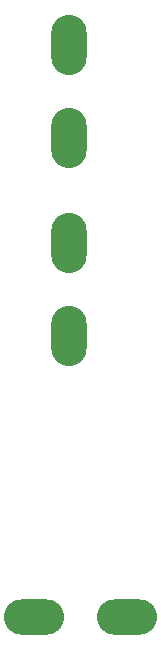
<source format=gbp>
G04 #@! TF.GenerationSoftware,KiCad,Pcbnew,(6.0.7)*
G04 #@! TF.CreationDate,2023-03-21T01:18:23-05:00*
G04 #@! TF.ProjectId,SignalStack_Board,5369676e-616c-4537-9461-636b5f426f61,rev?*
G04 #@! TF.SameCoordinates,Original*
G04 #@! TF.FileFunction,Paste,Bot*
G04 #@! TF.FilePolarity,Positive*
%FSLAX46Y46*%
G04 Gerber Fmt 4.6, Leading zero omitted, Abs format (unit mm)*
G04 Created by KiCad (PCBNEW (6.0.7)) date 2023-03-21 01:18:23*
%MOMM*%
%LPD*%
G01*
G04 APERTURE LIST*
%ADD10O,5.100000X3.000000*%
%ADD11O,3.000000X5.100000*%
G04 APERTURE END LIST*
D10*
X168783000Y-120013100D03*
X160909000Y-120013100D03*
D11*
X163894800Y-88392000D03*
X163894800Y-96266000D03*
X163894800Y-71628000D03*
X163894800Y-79502000D03*
M02*

</source>
